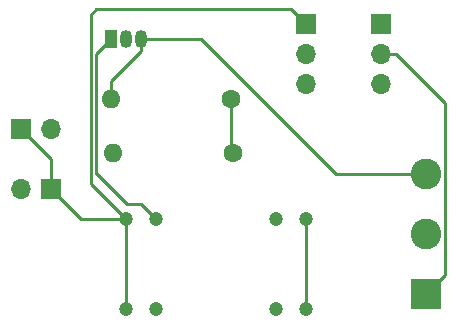
<source format=gbr>
%TF.GenerationSoftware,KiCad,Pcbnew,(5.1.9)-1*%
%TF.CreationDate,2021-09-13T18:08:44-07:00*%
%TF.ProjectId,RemoteStartHack,52656d6f-7465-4537-9461-72744861636b,rev?*%
%TF.SameCoordinates,Original*%
%TF.FileFunction,Copper,L2,Bot*%
%TF.FilePolarity,Positive*%
%FSLAX46Y46*%
G04 Gerber Fmt 4.6, Leading zero omitted, Abs format (unit mm)*
G04 Created by KiCad (PCBNEW (5.1.9)-1) date 2021-09-13 18:08:44*
%MOMM*%
%LPD*%
G01*
G04 APERTURE LIST*
%TA.AperFunction,ComponentPad*%
%ADD10O,1.700000X1.700000*%
%TD*%
%TA.AperFunction,ComponentPad*%
%ADD11R,1.700000X1.700000*%
%TD*%
%TA.AperFunction,ComponentPad*%
%ADD12O,1.600000X1.600000*%
%TD*%
%TA.AperFunction,ComponentPad*%
%ADD13C,1.600000*%
%TD*%
%TA.AperFunction,ComponentPad*%
%ADD14R,1.050000X1.500000*%
%TD*%
%TA.AperFunction,ComponentPad*%
%ADD15O,1.050000X1.500000*%
%TD*%
%TA.AperFunction,ComponentPad*%
%ADD16C,1.200000*%
%TD*%
%TA.AperFunction,ComponentPad*%
%ADD17C,2.600000*%
%TD*%
%TA.AperFunction,ComponentPad*%
%ADD18R,2.600000X2.600000*%
%TD*%
%TA.AperFunction,Conductor*%
%ADD19C,0.250000*%
%TD*%
G04 APERTURE END LIST*
D10*
%TO.P,J1,2*%
%TO.N,Net-(J1-Pad2)*%
X177800000Y-81280000D03*
D11*
%TO.P,J1,1*%
%TO.N,Net-(J1-Pad1)*%
X180340000Y-81280000D03*
%TD*%
D10*
%TO.P,J5,3*%
%TO.N,Net-(J5-Pad3)*%
X208280000Y-72390000D03*
%TO.P,J5,2*%
%TO.N,Net-(J3-Pad1)*%
X208280000Y-69850000D03*
D11*
%TO.P,J5,1*%
%TO.N,Net-(J1-Pad2)*%
X208280000Y-67310000D03*
%TD*%
D12*
%TO.P,R2,2*%
%TO.N,GND*%
X185420000Y-73660000D03*
D13*
%TO.P,R2,1*%
%TO.N,Net-(Q1-Pad2)*%
X195580000Y-73660000D03*
%TD*%
D12*
%TO.P,R1,2*%
%TO.N,Net-(J2-Pad3)*%
X185600000Y-78190000D03*
D13*
%TO.P,R1,1*%
%TO.N,Net-(Q1-Pad2)*%
X195760000Y-78190000D03*
%TD*%
D14*
%TO.P,Q1,1*%
%TO.N,Net-(K1-Pad6)*%
X185420000Y-68580000D03*
D15*
%TO.P,Q1,3*%
%TO.N,GND*%
X187960000Y-68580000D03*
%TO.P,Q1,2*%
%TO.N,Net-(Q1-Pad2)*%
X186690000Y-68580000D03*
%TD*%
D16*
%TO.P,K1,14*%
%TO.N,Net-(J1-Pad2)*%
X201930000Y-91440000D03*
%TO.P,K1,13*%
%TO.N,N/C*%
X199390000Y-91440000D03*
%TO.P,K1,9*%
X189230000Y-91440000D03*
%TO.P,K1,8*%
%TO.N,Net-(J1-Pad1)*%
X186690000Y-91440000D03*
%TO.P,K1,7*%
X186690000Y-83820000D03*
%TO.P,K1,6*%
%TO.N,Net-(K1-Pad6)*%
X189230000Y-83820000D03*
%TO.P,K1,2*%
%TO.N,Net-(J5-Pad3)*%
X199390000Y-83820000D03*
%TO.P,K1,1*%
%TO.N,Net-(J1-Pad2)*%
X201930000Y-83820000D03*
%TD*%
D10*
%TO.P,J4,2*%
%TO.N,Net-(J1-Pad2)*%
X180340000Y-76200000D03*
D11*
%TO.P,J4,1*%
%TO.N,Net-(J1-Pad1)*%
X177800000Y-76200000D03*
%TD*%
D17*
%TO.P,J3,3*%
%TO.N,GND*%
X212090000Y-80010000D03*
%TO.P,J3,2*%
%TO.N,Net-(J2-Pad2)*%
X212090000Y-85090000D03*
D18*
%TO.P,J3,1*%
%TO.N,Net-(J3-Pad1)*%
X212090000Y-90170000D03*
%TD*%
D10*
%TO.P,J2,3*%
%TO.N,Net-(J2-Pad3)*%
X201930000Y-72390000D03*
%TO.P,J2,2*%
%TO.N,Net-(J2-Pad2)*%
X201930000Y-69850000D03*
D11*
%TO.P,J2,1*%
%TO.N,Net-(J1-Pad1)*%
X201930000Y-67310000D03*
%TD*%
D19*
%TO.N,Net-(J1-Pad2)*%
X201930000Y-91440000D02*
X201930000Y-83820000D01*
%TO.N,Net-(J1-Pad1)*%
X180340000Y-78740000D02*
X177800000Y-76200000D01*
X180340000Y-81280000D02*
X180340000Y-78740000D01*
X186690000Y-83820000D02*
X186690000Y-91440000D01*
X182880000Y-83820000D02*
X180340000Y-81280000D01*
X186690000Y-83820000D02*
X182880000Y-83820000D01*
X200660000Y-66040000D02*
X201930000Y-67310000D01*
X184150000Y-66040000D02*
X200660000Y-66040000D01*
X183699991Y-66490009D02*
X184150000Y-66040000D01*
X183699991Y-80829991D02*
X183699991Y-66490009D01*
X186690000Y-83820000D02*
X183699991Y-80829991D01*
%TO.N,GND*%
X193040000Y-68580000D02*
X187960000Y-68580000D01*
X204470000Y-80010000D02*
X193040000Y-68580000D01*
X212090000Y-80010000D02*
X204470000Y-80010000D01*
X185420000Y-72120000D02*
X185420000Y-73660000D01*
X187960000Y-69580000D02*
X185420000Y-72120000D01*
X187960000Y-68580000D02*
X187960000Y-69580000D01*
%TO.N,Net-(J3-Pad1)*%
X213715001Y-88544999D02*
X213715001Y-74015001D01*
X212090000Y-90170000D02*
X213715001Y-88544999D01*
X209550000Y-69850000D02*
X208280000Y-69850000D01*
X213715001Y-74015001D02*
X209550000Y-69850000D01*
%TO.N,Net-(K1-Pad6)*%
X185420000Y-68580000D02*
X184150000Y-69850000D01*
X184150000Y-69850000D02*
X184150000Y-80010000D01*
X184249002Y-80010000D02*
X186789002Y-82550000D01*
X184150000Y-80010000D02*
X184249002Y-80010000D01*
X187960000Y-82550000D02*
X189230000Y-83820000D01*
X186789002Y-82550000D02*
X187960000Y-82550000D01*
%TO.N,Net-(Q1-Pad2)*%
X195580000Y-78010000D02*
X195760000Y-78190000D01*
X195580000Y-73660000D02*
X195580000Y-78010000D01*
%TD*%
M02*

</source>
